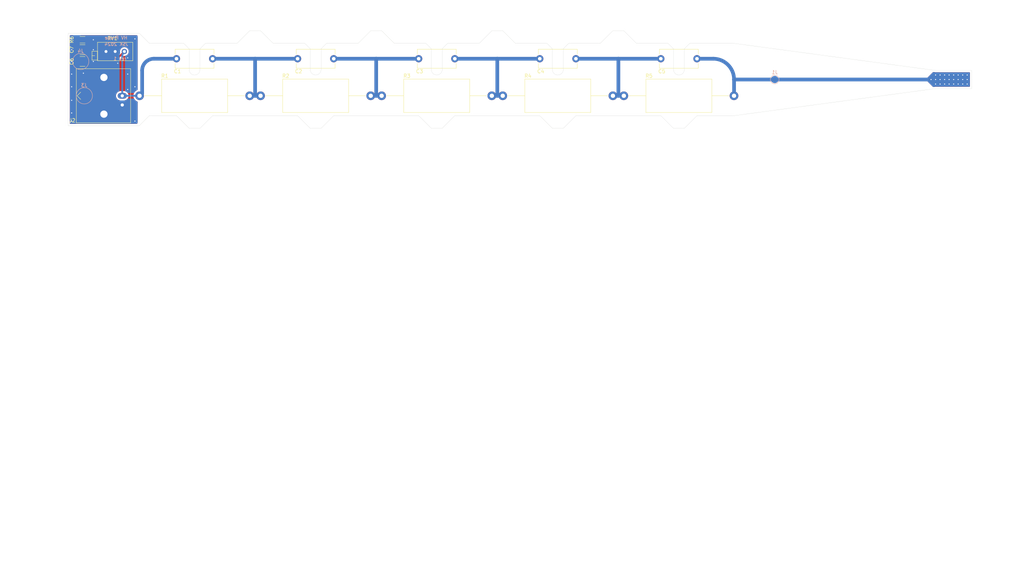
<source format=kicad_pcb>
(kicad_pcb (version 20240108) (generator "pcbnew") (generator_version "8.0")
  (layers (0 "F.Cu" signal) (31 "B.Cu" signal) (34 "B.Paste" user) (35 "F.Paste" user) (36 "B.SilkS" user "B.Silkscreen") (37 "F.SilkS" user "F.Silkscreen") (38 "B.Mask" user) (39 "F.Mask" user) (44 "Edge.Cuts" user))
  (net 0 "")
  (net 1 "Net-(J2-In)")
  (net 2 "Net-(C1-Pad2)")
  (net 3 "Net-(C2-Pad2)")
  (net 4 "Net-(C3-Pad2)")
  (net 5 "Net-(C4-Pad2)")
  (net 6 "Net-(J1-Pin_1)")
  (net 7 "GND")
  (footprint "Resistor_THT:R_Axial_DIN0918_L18.0mm_D9.0mm_P30.48mm_Horizontal" (layer "F.Cu") (at 85.755 38)
    (property "Reference" "R2" (at 6.975 -5.5 0) (layer "F.SilkS"))
    (property "Value" "10M")
    (fp_line (start 1.44 0) (end 6.12 0) (stroke (width 0.12)) (layer "F.SilkS"))
    (fp_line (start 6.12 -4.62) (end 6.12 4.62) (stroke (width 0.12)) (layer "F.SilkS"))
    (fp_line (start 6.12 4.62) (end 24.36 4.62) (stroke (width 0.12)) (layer "F.SilkS"))
    (fp_line (start 24.36 -4.62) (end 6.12 -4.62) (stroke (width 0.12)) (layer "F.SilkS"))
    (fp_line (start 24.36 4.62) (end 24.36 -4.62) (stroke (width 0.12)) (layer "F.SilkS"))
    (fp_line (start 29.04 0) (end 24.36 0) (stroke (width 0.12)) (layer "F.SilkS"))
    (pad "1" thru_hole circle (at 0 0) (size 2.4 2.4) (drill 1.2) (layers "*.Cu" "*.Mask") (net 2 "Net-(C1-Pad2)"))
    (pad "2" thru_hole oval (at 30.48 0) (size 2.4 2.4) (drill 1.2) (layers "*.Cu" "*.Mask") (net 3 "Net-(C2-Pad2)"))
  )
  (footprint "Capacitor_THT:C_Disc_D10.5mm_W5.0mm_P10.00mm" (layer "F.Cu") (at 163 27.75)
    (property "Reference" "C4" (at 0.275 3.5 0) (layer "F.SilkS"))
    (property "Value" "22p")
    (fp_line (start -0.37 -2.62) (end -0.37 -1.256) (stroke (width 0.12)) (layer "F.SilkS"))
    (fp_line (start -0.37 -2.62) (end 10.37 -2.62) (stroke (width 0.12)) (layer "F.SilkS"))
    (fp_line (start -0.37 1.256) (end -0.37 2.62) (stroke (width 0.12)) (layer "F.SilkS"))
    (fp_line (start -0.37 2.62) (end 10.37 2.62) (stroke (width 0.12)) (layer "F.SilkS"))
    (fp_line (start 10.37 -2.62) (end 10.37 -1.256) (stroke (width 0.12)) (layer "F.SilkS"))
    (fp_line (start 10.37 1.256) (end 10.37 2.62) (stroke (width 0.12)) (layer "F.SilkS"))
    (pad "1" thru_hole circle (at 0 0) (size 2 2) (drill 1) (layers "*.Cu" "*.Mask") (net 4 "Net-(C3-Pad2)"))
    (pad "2" thru_hole circle (at 10 0) (size 2 2) (drill 1) (layers "*.Cu" "*.Mask") (net 5 "Net-(C4-Pad2)"))
  )
  (footprint "Resistor_THT:R_Axial_DIN0918_L18.0mm_D9.0mm_P30.48mm_Horizontal" (layer "F.Cu") (at 186.255 38)
    (property "Reference" "R5" (at 6.975 -5.5 0) (layer "F.SilkS"))
    (property "Value" "10M")
    (fp_line (start 1.44 0) (end 6.12 0) (stroke (width 0.12)) (layer "F.SilkS"))
    (fp_line (start 6.12 -4.62) (end 6.12 4.62) (stroke (width 0.12)) (layer "F.SilkS"))
    (fp_line (start 6.12 4.62) (end 24.36 4.62) (stroke (width 0.12)) (layer "F.SilkS"))
    (fp_line (start 24.36 -4.62) (end 6.12 -4.62) (stroke (width 0.12)) (layer "F.SilkS"))
    (fp_line (start 24.36 4.62) (end 24.36 -4.62) (stroke (width 0.12)) (layer "F.SilkS"))
    (fp_line (start 29.04 0) (end 24.36 0) (stroke (width 0.12)) (layer "F.SilkS"))
    (pad "1" thru_hole circle (at 0 0) (size 2.4 2.4) (drill 1.2) (layers "*.Cu" "*.Mask") (net 5 "Net-(C4-Pad2)"))
    (pad "2" thru_hole oval (at 30.48 0) (size 2.4 2.4) (drill 1.2) (layers "*.Cu" "*.Mask") (net 6 "Net-(J1-Pin_1)"))
  )
  (footprint "Capacitor_THT:C_Disc_D10.5mm_W5.0mm_P10.00mm" (layer "F.Cu") (at 129.5 27.75)
    (property "Reference" "C3" (at 0.25 3.5 0) (layer "F.SilkS"))
    (property "Value" "22p")
    (fp_line (start -0.37 -2.62) (end -0.37 -1.256) (stroke (width 0.12)) (layer "F.SilkS"))
    (fp_line (start -0.37 -2.62) (end 10.37 -2.62) (stroke (width 0.12)) (layer "F.SilkS"))
    (fp_line (start -0.37 1.256) (end -0.37 2.62) (stroke (width 0.12)) (layer "F.SilkS"))
    (fp_line (start -0.37 2.62) (end 10.37 2.62) (stroke (width 0.12)) (layer "F.SilkS"))
    (fp_line (start 10.37 -2.62) (end 10.37 -1.256) (stroke (width 0.12)) (layer "F.SilkS"))
    (fp_line (start 10.37 1.256) (end 10.37 2.62) (stroke (width 0.12)) (layer "F.SilkS"))
    (pad "1" thru_hole circle (at 0 0) (size 2 2) (drill 1) (layers "*.Cu" "*.Mask") (net 3 "Net-(C2-Pad2)"))
    (pad "2" thru_hole circle (at 10 0) (size 2 2) (drill 1) (layers "*.Cu" "*.Mask") (net 4 "Net-(C3-Pad2)"))
  )
  (footprint "Capacitor_SMD:C_1210_3225Metric_Pad1.33x2.70mm_HandSolder" (layer "F.Cu") (at 36.5 28.5 180)
    (property "Reference" "C6" (at 3 0 90) (layer "F.SilkS"))
    (property "Value" "2n2")
    (fp_line (start -0.711252 1.36) (end 0.711252 1.36) (stroke (width 0.12)) (layer "F.SilkS"))
    (fp_line (start -0.711252 -1.36) (end 0.711252 -1.36) (stroke (width 0.12)) (layer "F.SilkS"))
    (pad "1" smd roundrect (at -1.5625 0 180) (size 1.325 2.7) (layers "F.Cu" "F.Paste" "F.Mask") (roundrect_rratio 0.188679) (net 7 "GND"))
    (pad "2" smd roundrect (at 1.5625 0 180) (size 1.325 2.7) (layers "F.Cu" "F.Paste" "F.Mask") (roundrect_rratio 0.188679) (net 1 "Net-(J2-In)"))
  )
  (footprint "Resistor_THT:R_Axial_DIN0918_L18.0mm_D9.0mm_P30.48mm_Horizontal" (layer "F.Cu") (at 52.275 38)
    (property "Reference" "R1" (at 6.975 -5.5 0) (layer "F.SilkS"))
    (property "Value" "10M")
    (fp_line (start 1.44 0) (end 6.12 0) (stroke (width 0.12)) (layer "F.SilkS"))
    (fp_line (start 6.12 -4.62) (end 6.12 4.62) (stroke (width 0.12)) (layer "F.SilkS"))
    (fp_line (start 6.12 4.62) (end 24.36 4.62) (stroke (width 0.12)) (layer "F.SilkS"))
    (fp_line (start 24.36 -4.62) (end 6.12 -4.62) (stroke (width 0.12)) (layer "F.SilkS"))
    (fp_line (start 24.36 4.62) (end 24.36 -4.62) (stroke (width 0.12)) (layer "F.SilkS"))
    (fp_line (start 29.04 0) (end 24.36 0) (stroke (width 0.12)) (layer "F.SilkS"))
    (pad "1" thru_hole circle (at 0 0) (size 2.4 2.4) (drill 1.2) (layers "*.Cu" "*.Mask") (net 1 "Net-(J2-In)"))
    (pad "2" thru_hole oval (at 30.48 0) (size 2.4 2.4) (drill 1.2) (layers "*.Cu" "*.Mask") (net 2 "Net-(C1-Pad2)"))
  )
  (footprint "Capacitor_SMD:C_1210_3225Metric_Pad1.33x2.70mm_HandSolder" (layer "F.Cu") (at 36.5 25.25 180)
    (property "Reference" "C7" (at 3 0 90) (layer "F.SilkS"))
    (property "Value" "2n2")
    (fp_line (start -0.711252 1.36) (end 0.711252 1.36) (stroke (width 0.12)) (layer "F.SilkS"))
    (fp_line (start -0.711252 -1.36) (end 0.711252 -1.36) (stroke (width 0.12)) (layer "F.SilkS"))
    (pad "1" smd roundrect (at -1.5625 0 180) (size 1.325 2.7) (layers "F.Cu" "F.Paste" "F.Mask") (roundrect_rratio 0.188679) (net 7 "GND"))
    (pad "2" smd roundrect (at 1.5625 0 180) (size 1.325 2.7) (layers "F.Cu" "F.Paste" "F.Mask") (roundrect_rratio 0.188679) (net 1 "Net-(J2-In)"))
  )
  (footprint "Resistor_THT:R_Axial_DIN0918_L18.0mm_D9.0mm_P30.48mm_Horizontal" (layer "F.Cu") (at 119.255 38)
    (property "Reference" "R3" (at 6.995 -5.5 0) (layer "F.SilkS"))
    (property "Value" "10M")
    (fp_line (start 1.44 0) (end 6.12 0) (stroke (width 0.12)) (layer "F.SilkS"))
    (fp_line (start 6.12 -4.62) (end 6.12 4.62) (stroke (width 0.12)) (layer "F.SilkS"))
    (fp_line (start 6.12 4.62) (end 24.36 4.62) (stroke (width 0.12)) (layer "F.SilkS"))
    (fp_line (start 24.36 -4.62) (end 6.12 -4.62) (stroke (width 0.12)) (layer "F.SilkS"))
    (fp_line (start 24.36 4.62) (end 24.36 -4.62) (stroke (width 0.12)) (layer "F.SilkS"))
    (fp_line (start 29.04 0) (end 24.36 0) (stroke (width 0.12)) (layer "F.SilkS"))
    (pad "1" thru_hole circle (at 0 0) (size 2.4 2.4) (drill 1.2) (layers "*.Cu" "*.Mask") (net 3 "Net-(C2-Pad2)"))
    (pad "2" thru_hole oval (at 30.48 0) (size 2.4 2.4) (drill 1.2) (layers "*.Cu" "*.Mask") (net 4 "Net-(C3-Pad2)"))
  )
  (footprint "Capacitor_THT:C_Disc_D10.5mm_W5.0mm_P10.00mm" (layer "F.Cu") (at 96 27.75)
    (property "Reference" "C2" (at 0.275 3.5 0) (layer "F.SilkS"))
    (property "Value" "22p")
    (fp_line (start -0.37 -2.62) (end -0.37 -1.256) (stroke (width 0.12)) (layer "F.SilkS"))
    (fp_line (start -0.37 -2.62) (end 10.37 -2.62) (stroke (width 0.12)) (layer "F.SilkS"))
    (fp_line (start -0.37 1.256) (end -0.37 2.62) (stroke (width 0.12)) (layer "F.SilkS"))
    (fp_line (start -0.37 2.62) (end 10.37 2.62) (stroke (width 0.12)) (layer "F.SilkS"))
    (fp_line (start 10.37 -2.62) (end 10.37 -1.256) (stroke (width 0.12)) (layer "F.SilkS"))
    (fp_line (start 10.37 1.256) (end 10.37 2.62) (stroke (width 0.12)) (layer "F.SilkS"))
    (pad "1" thru_hole circle (at 0 0) (size 2 2) (drill 1) (layers "*.Cu" "*.Mask") (net 2 "Net-(C1-Pad2)"))
    (pad "2" thru_hole circle (at 10 0) (size 2 2) (drill 1) (layers "*.Cu" "*.Mask") (net 3 "Net-(C2-Pad2)"))
  )
  (footprint "Capacitor_THT:C_Disc_D10.5mm_W5.0mm_P10.00mm" (layer "F.Cu") (at 196.49 27.75)
    (property "Reference" "C5" (at 0.275 3.5 0) (layer "F.SilkS"))
    (property "Value" "22p")
    (fp_line (start -0.37 -2.62) (end -0.37 -1.256) (stroke (width 0.12)) (layer "F.SilkS"))
    (fp_line (start -0.37 -2.62) (end 10.37 -2.62) (stroke (width 0.12)) (layer "F.SilkS"))
    (fp_line (start -0.37 1.256) (end -0.37 2.62) (stroke (width 0.12)) (layer "F.SilkS"))
    (fp_line (start -0.37 2.62) (end 10.37 2.62) (stroke (width 0.12)) (layer "F.SilkS"))
    (fp_line (start 10.37 -2.62) (end 10.37 -1.256) (stroke (width 0.12)) (layer "F.SilkS"))
    (fp_line (start 10.37 1.256) (end 10.37 2.62) (stroke (width 0.12)) (layer "F.SilkS"))
    (pad "1" thru_hole circle (at 0 0) (size 2 2) (drill 1) (layers "*.Cu" "*.Mask") (net 5 "Net-(C4-Pad2)"))
    (pad "2" thru_hole circle (at 10 0) (size 2 2) (drill 1) (layers "*.Cu" "*.Mask") (net 6 "Net-(J1-Pin_1)"))
  )
  (footprint "Capacitor_THT:C_Disc_D10.5mm_W5.0mm_P10.00mm" (layer "F.Cu") (at 62.5 27.75)
    (property "Reference" "C1" (at 0.275 3.5 0) (layer "F.SilkS"))
    (property "Value" "22p")
    (fp_line (start -0.37 -2.62) (end -0.37 -1.256) (stroke (width 0.12)) (layer "F.SilkS"))
    (fp_line (start -0.37 -2.62) (end 10.37 -2.62) (stroke (width 0.12)) (layer "F.SilkS"))
    (fp_line (start -0.37 1.256) (end -0.37 2.62) (stroke (width 0.12)) (layer "F.SilkS"))
    (fp_line (start -0.37 2.62) (end 10.37 2.62) (stroke (width 0.12)) (layer "F.SilkS"))
    (fp_line (start 10.37 -2.62) (end 10.37 -1.256) (stroke (width 0.12)) (layer "F.SilkS"))
    (fp_line (start 10.37 1.256) (end 10.37 2.62) (stroke (width 0.12)) (layer "F.SilkS"))
    (pad "1" thru_hole circle (at 0 0) (size 2 2) (drill 1) (layers "*.Cu" "*.Mask") (net 1 "Net-(J2-In)"))
    (pad "2" thru_hole circle (at 10 0) (size 2 2) (drill 1) (layers "*.Cu" "*.Mask") (net 2 "Net-(C1-Pad2)"))
  )
  (footprint "Potentiometer_THT:Potentiometer_Bourns_3296X_Horizontal" (layer "F.Cu") (at 48.08 25.75)
    (property "Reference" "RV1" (at -3.3 -3.66 0) (layer "F.SilkS"))
    (property "Value" "TRIM")
    (fp_line (start -8.945 -0.065) (end -8.945 2.365) (stroke (width 0.12)) (layer "F.SilkS"))
    (fp_line (start -8.945 -0.065) (end -7.426 -0.065) (stroke (width 0.12)) (layer "F.SilkS"))
    (fp_line (start -8.945 1.15) (end -8.186 1.15) (stroke (width 0.12)) (layer "F.SilkS"))
    (fp_line (start -8.945 2.365) (end -7.426 2.365) (stroke (width 0.12)) (layer "F.SilkS"))
    (fp_line (start -7.426 -0.065) (end -7.426 2.365) (stroke (width 0.12)) (layer "F.SilkS"))
    (fp_line (start -7.425 -2.53) (end -7.425 2.54) (stroke (width 0.12)) (layer "F.SilkS"))
    (fp_line (start -7.425 -2.53) (end 2.345 -2.53) (stroke (width 0.12)) (layer "F.SilkS"))
    (fp_line (start -7.425 2.54) (end 2.345 2.54) (stroke (width 0.12)) (layer "F.SilkS"))
    (fp_line (start 2.345 -2.53) (end 2.345 2.54) (stroke (width 0.12)) (layer "F.SilkS"))
    (pad "1" thru_hole circle (at 0 0) (size 1.44 1.44) (drill 0.8) (layers "*.Cu" "*.Mask") (net 1 "Net-(J2-In)"))
    (pad "2" thru_hole circle (at -2.54 0) (size 1.44 1.44) (drill 0.8) (layers "*.Cu" "*.Mask") (net 7 "GND"))
    (pad "3" thru_hole circle (at -5.08 0) (size 1.44 1.44) (drill 0.8) (layers "*.Cu" "*.Mask") (net 7 "GND"))
  )
  (footprint "Capacitor_SMD:C_1206_3216Metric_Pad1.33x1.80mm_HandSolder" (layer "F.Cu") (at 36.5 22.5 180)
    (property "Reference" "R6" (at 3 0 -90) (layer "F.SilkS"))
    (property "Value" "56k")
    (fp_line (start -0.711252 0.91) (end 0.711252 0.91) (stroke (width 0.12)) (layer "F.SilkS"))
    (fp_line (start -0.711252 -0.91) (end 0.711252 -0.91) (stroke (width 0.12)) (layer "F.SilkS"))
    (pad "1" smd roundrect (at -1.5625 0 180) (size 1.325 1.8) (layers "F.Cu" "F.Paste" "F.Mask") (roundrect_rratio 0.188679) (net 7 "GND"))
    (pad "2" smd roundrect (at 1.5625 0 180) (size 1.325 1.8) (layers "F.Cu" "F.Paste" "F.Mask") (roundrect_rratio 0.188679) (net 1 "Net-(J2-In)"))
  )
  (footprint "Resistor_THT:R_Axial_DIN0918_L18.0mm_D9.0mm_P30.48mm_Horizontal" (layer "F.Cu") (at 152.755 38)
    (property "Reference" "R4" (at 6.975 -5.5 0) (layer "F.SilkS"))
    (property "Value" "10M")
    (fp_line (start 1.44 0) (end 6.12 0) (stroke (width 0.12)) (layer "F.SilkS"))
    (fp_line (start 6.12 -4.62) (end 6.12 4.62) (stroke (width 0.12)) (layer "F.SilkS"))
    (fp_line (start 6.12 4.62) (end 24.36 4.62) (stroke (width 0.12)) (layer "F.SilkS"))
    (fp_line (start 24.36 -4.62) (end 6.12 -4.62) (stroke (width 0.12)) (layer "F.SilkS"))
    (fp_line (start 24.36 4.62) (end 24.36 -4.62) (stroke (width 0.12)) (layer "F.SilkS"))
    (fp_line (start 29.04 0) (end 24.36 0) (stroke (width 0.12)) (layer "F.SilkS"))
    (pad "1" thru_hole circle (at 0 0) (size 2.4 2.4) (drill 1.2) (layers "*.Cu" "*.Mask") (net 4 "Net-(C3-Pad2)"))
    (pad "2" thru_hole oval (at 30.48 0) (size 2.4 2.4) (drill 1.2) (layers "*.Cu" "*.Mask") (net 5 "Net-(C4-Pad2)"))
  )
  (footprint "Connector_Coaxial:BNC_Amphenol_B6252HB-NPP3G-50_Horizontal" (layer "F.Cu") (at 47.5 38 90)
    (property "Reference" "J2" (at -6.83 -13.83 180) (layer "F.SilkS"))
    (property "Value" "OUT")
    (fp_line (start 7.5 -12.7) (end 7.5 2.3) (stroke (width 0.12)) (layer "F.SilkS"))
    (fp_line (start -7.5 -12.7) (end 7.5 -12.7) (stroke (width 0.12)) (layer "F.SilkS"))
    (fp_line (start 0 -12.5) (end 1 -11.5) (stroke (width 0.12)) (layer "F.SilkS"))
    (fp_line (start 0 -12.5) (end -1 -11.5) (stroke (width 0.12)) (layer "F.SilkS"))
    (fp_line (start 7.5 2.3) (end -7.5 2.3) (stroke (width 0.12)) (layer "F.SilkS"))
    (fp_line (start -7.5 2.3) (end -7.5 -12.7) (stroke (width 0.12)) (layer "F.SilkS"))
    (pad "1" thru_hole oval (at 0 0 90) (size 1.6 2.5) (drill 0.89) (layers "*.Cu" "*.Mask") (net 1 "Net-(J2-In)"))
    (pad "2" thru_hole oval (at -5.08 -5.08 90) (size 3.5 7) (drill 2.01) (layers "*.Cu" "*.Mask") (net 7 "GND"))
    (pad "2" thru_hole oval (at -2.54 0 90) (size 1.6 2.5) (drill 0.89) (layers "*.Cu" "*.Mask") (net 7 "GND"))
    (pad "2" thru_hole oval (at 5.08 -5.08 90) (size 3.5 7) (drill 2.01) (layers "*.Cu" "*.Mask") (net 7 "GND"))
  )
  (footprint "TestPoint:TestPoint_Pad_D2.0mm" (layer "B.Cu") (at 228 33.5 180)
    (property "Reference" "J1" (at 0 1.998 0) (layer "B.SilkS") (effects (justify mirror)))
    (property "Value" "IN")
    (fp_circle (center 0 0) (end 0 -1.2) (stroke (width 0.12)) (fill none) (layer "B.SilkS"))
    (pad "1" smd circle (at 0 0 180) (size 2 2) (layers "B.Cu" "B.Mask") (net 6 "Net-(J1-Pin_1)"))
  )
  (footprint "TestPoint:TestPoint_Pad_D4.0mm" (layer "B.Cu") (at 37 38 180)
    (property "Reference" "J3" (at 0 2.898 0) (layer "B.SilkS") (effects (justify mirror)))
    (property "Value" "GND")
    (fp_circle (center 0 0) (end 0 -2.25) (stroke (width 0.12)) (fill none) (layer "B.SilkS"))
    (pad "1" smd circle (at 0 0 180) (size 4 4) (layers "B.Cu" "B.Mask") (net 7 "GND"))
  )
  (footprint "TestPoint:TestPoint_Pad_D4.0mm" (layer "B.Cu") (at 36 28.5 180)
    (property "Reference" "J4" (at 0 2.898 0) (layer "B.SilkS") (effects (justify mirror)))
    (property "Value" "GND")
    (fp_circle (center 0 0) (end 0 -2.25) (stroke (width 0.12)) (fill none) (layer "B.SilkS"))
    (pad "1" smd circle (at 0 0 180) (size 4 4) (layers "B.Cu" "B.Mask") (net 7 "GND"))
  )
  (gr_line (start 102.5 30.75) (end 102.5 25) (stroke (width 0.05)) (layer "Edge.Cuts"))
  (gr_line (start 106 43.5) (end 129.5 43.5) (stroke (width 0.05)) (layer "Edge.Cuts"))
  (gr_line (start 66 47) (end 69 47) (stroke (width 0.05)) (layer "Edge.Cuts"))
  (gr_line (start 173 43.5) (end 196.5 43.5) (stroke (width 0.05)) (layer "Edge.Cuts"))
  (gr_line (start 149.75 20) (end 152.75 20) (stroke (width 0.05)) (layer "Edge.Cuts"))
  (gr_line (start 156.25 23.5) (end 165 23.5) (stroke (width 0.05)) (layer "Edge.Cuts"))
  (gr_line (start 66 25) (end 66 30.75) (stroke (width 0.05)) (layer "Edge.Cuts"))
  (gr_line (start 216.75 23.5) (end 272.5 31) (stroke (width 0.05)) (layer "Edge.Cuts"))
  (gr_line (start 183.25 20) (end 186.25 20) (stroke (width 0.05)) (layer "Edge.Cuts"))
  (gr_line (start 200 25) (end 200 30.75) (stroke (width 0.05)) (layer "Edge.Cuts"))
  (gr_line (start 203 25) (end 204.5 23.5) (stroke (width 0.05)) (layer "Edge.Cuts"))
  (gr_line (start 272.5 31) (end 282.5 31) (stroke (width 0.05)) (layer "Edge.Cuts"))
  (gr_line (start 282.5 33.5) (end 282.5 31) (stroke (width 0.05)) (layer "Edge.Cuts"))
  (gr_line (start 72.5 43.5) (end 96 43.5) (stroke (width 0.05)) (layer "Edge.Cuts"))
  (gr_line (start 183.25 20) (end 179.75 23.5) (stroke (width 0.05)) (layer "Edge.Cuts"))
  (gr_line (start 166.5 25) (end 165 23.5) (stroke (width 0.05)) (layer "Edge.Cuts"))
  (gr_line (start 171 23.5) (end 179.75 23.5) (stroke (width 0.05)) (layer "Edge.Cuts"))
  (gr_line (start 52.25 20.75) (end 55 23.5) (stroke (width 0.05)) (layer "Edge.Cuts"))
  (gr_line (start 69 47) (end 72.5 43.5) (stroke (width 0.05)) (layer "Edge.Cuts"))
  (gr_line (start 216.75 23.5) (end 204.5 23.5) (stroke (width 0.05)) (layer "Edge.Cuts"))
  (gr_line (start 116.25 20) (end 112.75 23.5) (stroke (width 0.05)) (layer "Edge.Cuts"))
  (gr_line (start 149.75 20) (end 146.25 23.5) (stroke (width 0.05)) (layer "Edge.Cuts"))
  (gr_line (start 112.75 23.5) (end 104 23.5) (stroke (width 0.05)) (layer "Edge.Cuts"))
  (gr_line (start 216.75 43.5) (end 272.5 36) (stroke (width 0.05)) (layer "Edge.Cuts"))
  (gr_line (start 99.5 25) (end 98 23.5) (stroke (width 0.05)) (layer "Edge.Cuts"))
  (gr_line (start 152.75 20) (end 156.25 23.5) (stroke (width 0.05)) (layer "Edge.Cuts"))
  (gr_line (start 69 25) (end 70.5 23.5) (stroke (width 0.05)) (layer "Edge.Cuts"))
  (gr_line (start 189.75 23.5) (end 198.5 23.5) (stroke (width 0.05)) (layer "Edge.Cuts"))
  (gr_line (start 79.25 23.5) (end 70.5 23.5) (stroke (width 0.05)) (layer "Edge.Cuts"))
  (gr_line (start 82.75 20) (end 85.75 20) (stroke (width 0.05)) (layer "Edge.Cuts"))
  (gr_arc (start 169.5 30.75) (mid 168 32.25) (end 166.5 30.75) (stroke (width 0.05)) (layer "Edge.Cuts"))
  (gr_line (start 119.25 20) (end 122.75 23.5) (stroke (width 0.05)) (layer "Edge.Cuts"))
  (gr_line (start 99.5 47) (end 102.5 47) (stroke (width 0.05)) (layer "Edge.Cuts"))
  (gr_line (start 133 25) (end 133 30.75) (stroke (width 0.05)) (layer "Edge.Cuts"))
  (gr_line (start 82.75 20) (end 79.25 23.5) (stroke (width 0.05)) (layer "Edge.Cuts"))
  (gr_line (start 55 23.5) (end 64.5 23.5) (stroke (width 0.05)) (layer "Edge.Cuts"))
  (gr_arc (start 102.5 30.75) (mid 101 32.25) (end 99.5 30.75) (stroke (width 0.05)) (layer "Edge.Cuts"))
  (gr_line (start 169.5 30.75) (end 169.5 25) (stroke (width 0.05)) (layer "Edge.Cuts"))
  (gr_line (start 102.5 47) (end 106 43.5) (stroke (width 0.05)) (layer "Edge.Cuts"))
  (gr_line (start 137.5 23.5) (end 146.25 23.5) (stroke (width 0.05)) (layer "Edge.Cuts"))
  (gr_line (start 163 43.5) (end 166.5 47) (stroke (width 0.05)) (layer "Edge.Cuts"))
  (gr_line (start 32.5 20.75) (end 32.5 46.25) (stroke (width 0.05)) (layer "Edge.Cuts"))
  (gr_line (start 166.5 25) (end 166.5 30.75) (stroke (width 0.05)) (layer "Edge.Cuts"))
  (gr_line (start 282.5 36) (end 272.5 36) (stroke (width 0.05)) (layer "Edge.Cuts"))
  (gr_arc (start 203 30.75) (mid 201.5 32.25) (end 200 30.75) (stroke (width 0.05)) (layer "Edge.Cuts"))
  (gr_line (start 203 30.75) (end 203 25) (stroke (width 0.05)) (layer "Edge.Cuts"))
  (gr_line (start 99.5 25) (end 99.5 30.75) (stroke (width 0.05)) (layer "Edge.Cuts"))
  (gr_arc (start 136 30.75) (mid 134.5 32.25) (end 133 30.75) (stroke (width 0.05)) (layer "Edge.Cuts"))
  (gr_line (start 206.5 43.5) (end 216.75 43.5) (stroke (width 0.05)) (layer "Edge.Cuts"))
  (gr_line (start 66 25) (end 64.5 23.5) (stroke (width 0.05)) (layer "Edge.Cuts"))
  (gr_line (start 32.5 46.25) (end 52.25 46.25) (stroke (width 0.05)) (layer "Edge.Cuts"))
  (gr_line (start 136 30.75) (end 136 25) (stroke (width 0.05)) (layer "Edge.Cuts"))
  (gr_line (start 102.5 25) (end 104 23.5) (stroke (width 0.05)) (layer "Edge.Cuts"))
  (gr_line (start 116.25 20) (end 119.25 20) (stroke (width 0.05)) (layer "Edge.Cuts"))
  (gr_line (start 32.5 20.75) (end 52.25 20.75) (stroke (width 0.05)) (layer "Edge.Cuts"))
  (gr_line (start 133 25) (end 131.5 23.5) (stroke (width 0.05)) (layer "Edge.Cuts"))
  (gr_line (start 186.25 20) (end 189.75 23.5) (stroke (width 0.05)) (layer "Edge.Cuts"))
  (gr_arc (start 69 30.75) (mid 67.5 32.25) (end 66 30.75) (stroke (width 0.05)) (layer "Edge.Cuts"))
  (gr_line (start 69 30.75) (end 69 25) (stroke (width 0.05)) (layer "Edge.Cuts"))
  (gr_line (start 131.5 23.5) (end 122.75 23.5) (stroke (width 0.05)) (layer "Edge.Cuts"))
  (gr_line (start 96 43.5) (end 99.5 47) (stroke (width 0.05)) (layer "Edge.Cuts"))
  (gr_line (start 196.5 43.5) (end 200 47) (stroke (width 0.05)) (layer "Edge.Cuts"))
  (gr_line (start 62.5 43.5) (end 66 47) (stroke (width 0.05)) (layer "Edge.Cuts"))
  (gr_line (start 85.75 20) (end 89.25 23.5) (stroke (width 0.05)) (layer "Edge.Cuts"))
  (gr_line (start 133 47) (end 136 47) (stroke (width 0.05)) (layer "Edge.Cuts"))
  (gr_line (start 166.5 47) (end 169.5 47) (stroke (width 0.05)) (layer "Edge.Cuts"))
  (gr_line (start 139.5 43.5) (end 163 43.5) (stroke (width 0.05)) (layer "Edge.Cuts"))
  (gr_line (start 200 25) (end 198.5 23.5) (stroke (width 0.05)) (layer "Edge.Cuts"))
  (gr_line (start 282.5 33.5) (end 282.5 36) (stroke (width 0.05)) (layer "Edge.Cuts"))
  (gr_line (start 129.5 43.5) (end 133 47) (stroke (width 0.05)) (layer "Edge.Cuts"))
  (gr_line (start 200 47) (end 203 47) (stroke (width 0.05)) (layer "Edge.Cuts"))
  (gr_line (start 52.25 46.25) (end 55 43.5) (stroke (width 0.05)) (layer "Edge.Cuts"))
  (gr_line (start 169.5 25) (end 171 23.5) (stroke (width 0.05)) (layer "Edge.Cuts"))
  (gr_line (start 89.25 23.5) (end 98 23.5) (stroke (width 0.05)) (layer "Edge.Cuts"))
  (gr_line (start 203 47) (end 206.5 43.5) (stroke (width 0.05)) (layer "Edge.Cuts"))
  (gr_line (start 169.5 47) (end 173 43.5) (stroke (width 0.05)) (layer "Edge.Cuts"))
  (gr_line (start 55 43.5) (end 62.5 43.5) (stroke (width 0.05)) (layer "Edge.Cuts"))
  (gr_line (start 136 25) (end 137.5 23.5) (stroke (width 0.05)) (layer "Edge.Cuts"))
  (gr_line (start 136 47) (end 139.5 43.5) (stroke (width 0.05)) (layer "Edge.Cuts"))
  (gr_text "HV Probe" (at 49 22.5 0) (layer "B.SilkS") (effects (font (size 0.9 0.9) (thickness 0.15) (bold yes)) (justify left bottom mirror)))
  (gr_text "rev 1" (at 48.75 28.25 0) (layer "B.SilkS") (effects (font (size 0.9 0.9) (thickness 0.15) (bold yes)) (justify left bottom mirror)))
  (gr_text "JSK 2024" (at 49.25 24.25 0) (layer "B.SilkS") (effects (font (size 0.9 0.9) (thickness 0.15) (bold yes)) (justify left bottom mirror)))
  (segment (start 48.08 25.75) (end 46.391773 27.438227) (width 0.512) (layer "F.Cu") (net 1))
  (segment (start 34.9375 29.035773) (end 34.9375 28.5) (width 0.512) (layer "F.Cu") (net 1))
  (segment (start 39 30.5) (end 36.103553 30.5) (width 0.512) (layer "F.Cu") (net 1))
  (segment (start 34.9375 28.5) (end 34.9375 22.5) (width 1.024) (layer "F.Cu") (net 1))
  (segment (start 35.5 30.25) (end 35.395381 30.141195) (width 0.512) (layer "F.Cu") (net 1))
  (arc (start 35.395381 30.141195) (mid 35.056499 29.634023) (end 34.9375 29.035773) (width 0.512) (layer "F.Cu") (net 1))
  (arc (start 36.103553 30.5) (mid 35.776912 30.435027) (end 35.5 30.25) (width 0.512) (layer "F.Cu") (net 1))
  (arc (start 46.391773 27.438227) (mid 43.000399 29.704271) (end 39 30.5) (width 0.512) (layer "F.Cu") (net 1))
  (segment (start 52.275 38) (end 47.5 38) (width 0.512) (layer "B.Cu") (net 1))
  (segment (start 62.5 27.75) (end 56.25 27.75) (width 1.024) (layer "B.Cu") (net 1))
  (segment (start 47.5 38) (end 47.5 27.150243) (width 0.512) (layer "B.Cu") (net 1))
  (segment (start 53 31) (end 53 37.275) (width 1.024) (layer "B.Cu") (net 1))
  (arc (start 56.25 27.75) (mid 53.951903 28.701903) (end 53 31) (width 1.024) (layer "B.Cu") (net 1))
  (arc (start 53 37.275) (mid 52.787652 37.787652) (end 52.275 38) (width 1.024) (layer "B.Cu") (net 1))
  (arc (start 47.5 27.150243) (mid 47.650737 26.392437) (end 48.08 25.75) (width 0.512) (layer "B.Cu") (net 1))
  (segment (start 84.25 38) (end 84.25 27.75) (width 1.024) (layer "B.Cu") (net 2))
  (segment (start 84.25 38) (end 85.755 38) (width 1.024) (layer "B.Cu") (net 2))
  (segment (start 84.25 27.75) (end 96 27.75) (width 1.024) (layer "B.Cu") (net 2))
  (segment (start 82.755 38) (end 84.25 38) (width 1.024) (layer "B.Cu") (net 2))
  (segment (start 84.25 27.75) (end 72.5 27.75) (width 1.024) (layer "B.Cu") (net 2))
  (segment (start 106 27.75) (end 117.75 27.75) (width 1.024) (layer "B.Cu") (net 3))
  (segment (start 117.75 27.75) (end 129.5 27.75) (width 1.024) (layer "B.Cu") (net 3))
  (segment (start 117.75 38) (end 117.75 27.75) (width 1.024) (layer "B.Cu") (net 3))
  (segment (start 116.235 38) (end 117.75 38) (width 1.024) (layer "B.Cu") (net 3))
  (segment (start 117.75 38) (end 119.255 38) (width 1.024) (layer "B.Cu") (net 3))
  (segment (start 152.755 38) (end 151.25 38) (width 1.024) (layer "B.Cu") (net 4))
  (segment (start 139.5 27.75) (end 151.25 27.75) (width 1.024) (layer "B.Cu") (net 4))
  (segment (start 151.25 38) (end 151.25 27.75) (width 1.024) (layer "B.Cu") (net 4))
  (segment (start 151.25 38) (end 149.735 38) (width 1.024) (layer "B.Cu") (net 4))
  (segment (start 151.25 27.75) (end 163 27.75) (width 1.024) (layer "B.Cu") (net 4))
  (segment (start 184.75 38) (end 186.255 38) (width 1.024) (layer "B.Cu") (net 5))
  (segment (start 184.75 38) (end 184.75 27.75) (width 1.024) (layer "B.Cu") (net 5))
  (segment (start 173 27.75) (end 184.75 27.75) (width 1.024) (layer "B.Cu") (net 5))
  (segment (start 184.75 27.75) (end 196.49 27.75) (width 1.024) (layer "B.Cu") (net 5))
  (segment (start 183.235 38) (end 184.75 38) (width 1.024) (layer "B.Cu") (net 5))
  (via (at 280 32.25) (size 0.6) (drill 0.3) (layers "F.Cu" "B.Cu") (net 6))
  (via (at 276.25 34.75) (size 0.6) (drill 0.3) (layers "F.Cu" "B.Cu") (net 6))
  (via (at 281.25 34.75) (size 0.6) (drill 0.3) (layers "F.Cu" "B.Cu") (net 6))
  (via (at 275 34.75) (size 0.6) (drill 0.3) (layers "F.Cu" "B.Cu") (net 6))
  (via (at 276.25 33.5) (size 0.6) (drill 0.3) (layers "F.Cu" "B.Cu") (net 6))
  (via (at 277.5 33.5) (size 0.6) (drill 0.3) (layers "F.Cu" "B.Cu") (net 6))
  (via (at 272.5 33.5) (size 0.6) (drill 0.3) (layers "F.Cu" "B.Cu") (net 6))
  (via (at 273.75 32.25) (size 0.6) (drill 0.3) (layers "F.Cu" "B.Cu") (net 6))
  (via (at 278.75 34.75) (size 0.6) (drill 0.3) (layers "F.Cu" "B.Cu") (net 6))
  (via (at 281.25 32.25) (size 0.6) (drill 0.3) (layers "F.Cu" "B.Cu") (net 6))
  (via (at 272.5 32.25) (size 0.6) (drill 0.3) (layers "F.Cu" "B.Cu") (net 6))
  (via (at 278.75 33.5) (size 0.6) (drill 0.3) (layers "F.Cu" "B.Cu") (net 6))
  (via (at 281.25 33.5) (size 0.6) (drill 0.3) (layers "F.Cu" "B.Cu") (net 6))
  (via (at 275 33.5) (size 0.6) (drill 0.3) (layers "F.Cu" "B.Cu") (net 6))
  (via (at 280 34.75) (size 0.6) (drill 0.3) (layers "F.Cu" "B.Cu") (net 6))
  (via (at 277.5 34.75) (size 0.6) (drill 0.3) (layers "F.Cu" "B.Cu") (net 6))
  (via (at 273.75 33.5) (size 0.6) (drill 0.3) (layers "F.Cu" "B.Cu") (net 6))
  (via (at 271.25 33.5) (size 0.6) (drill 0.3) (layers "F.Cu" "B.Cu") (net 6))
  (via (at 277.5 32.25) (size 0.6) (drill 0.3) (layers "F.Cu" "B.Cu") (net 6))
  (via (at 272.5 34.75) (size 0.6) (drill 0.3) (layers "F.Cu" "B.Cu") (net 6))
  (via (at 275 32.25) (size 0.6) (drill 0.3) (layers "F.Cu" "B.Cu") (net 6))
  (via (at 276.25 32.25) (size 0.6) (drill 0.3) (layers "F.Cu" "B.Cu") (net 6))
  (via (at 273.75 34.75) (size 0.6) (drill 0.3) (layers "F.Cu" "B.Cu") (net 6))
  (via (at 278.75 32.25) (size 0.6) (drill 0.3) (layers "F.Cu" "B.Cu") (net 6))
  (via (at 280 33.5) (size 0.6) (drill 0.3) (layers "F.Cu" "B.Cu") (net 6))
  (segment (start 271.25 33.5) (end 216.75 33.5) (width 1.024) (layer "B.Cu") (net 6))
  (segment (start 206.49 27.75) (end 211 27.75) (width 1.024) (layer "B.Cu") (net 6))
  (segment (start 216.75 33.5) (end 216.75 37.985) (width 1.024) (layer "B.Cu") (net 6))
  (arc (start 211 27.75) (mid 215.065864 29.434136) (end 216.75 33.5) (width 1.024) (layer "B.Cu") (net 6))
  (arc (start 216.75 37.985) (mid 216.745607 37.995607) (end 216.735 38) (width 1.024) (layer "B.Cu") (net 6))
  (via (at 33.5 39.25) (size 0.6) (drill 0.3) (layers "F.Cu" "B.Cu") (net 7))
  (via (at 46.25 29) (size 0.6) (drill 0.3) (layers "F.Cu" "B.Cu") (net 7))
  (via (at 51 45) (size 0.6) (drill 0.3) (layers "F.Cu" "B.Cu") (net 7))
  (via (at 51 35.5) (size 0.6) (drill 0.3) (layers "F.Cu" "B.Cu") (net 7))
  (via (at 39.5 22.5) (size 0.6) (drill 0.3) (layers "F.Cu" "B.Cu") (net 7))
  (via (at 33.5 45) (size 0.6) (drill 0.3) (layers "F.Cu" "B.Cu") (net 7))
  (via (at 33.5 28.5) (size 0.6) (drill 0.3) (layers "F.Cu" "B.Cu") (net 7))
  (via (at 51 22.25) (size 0.6) (drill 0.3) (layers "F.Cu" "B.Cu") (net 7))
  (via (at 33.5 32) (size 0.6) (drill 0.3) (layers "F.Cu" "B.Cu") (net 7))
  (via (at 36.75 31.75) (size 0.6) (drill 0.3) (layers "F.Cu" "B.Cu") (net 7))
  (via (at 33.5 42.75) (size 0.6) (drill 0.3) (layers "F.Cu" "B.Cu") (net 7))
  (via (at 39.5 28.5) (size 0.6) (drill 0.3) (layers "F.Cu" "B.Cu") (net 7))
  (via (at 33.5 25.25) (size 0.6) (drill 0.3) (layers "F.Cu" "B.Cu") (net 7))
  (via (at 49 32) (size 0.6) (drill 0.3) (layers "F.Cu" "B.Cu") (net 7))
  (via (at 33.5 35.5) (size 0.6) (drill 0.3) (layers "F.Cu" "B.Cu") (net 7))
  (via (at 39.5 25.25) (size 0.6) (drill 0.3) (layers "F.Cu" "B.Cu") (net 7))
  (via (at 49 36.25) (size 0.6) (drill 0.3) (layers "F.Cu" "B.Cu") (net 7))
  (via (at 33.5 22.25) (size 0.6) (drill 0.3) (layers "F.Cu" "B.Cu") (net 7))
  (via (at 49 27.5) (size 0.6) (drill 0.3) (layers "F.Cu" "B.Cu") (net 7))
  (zone (net 7) (net_name "GND") (layers "F&B.Cu") (name "gnd_lv") (connect_pads yes (clearance 0.5)) (min_thickness 0.25) (fill yes (thermal_gap 0.5) (thermal_bridge_width 0.5) (smoothing fillet) (radius 1))
    (polygon (pts (xy 51.75 19.75) (xy 51.75 47.25) (xy 31.5 47.25) (xy 31.5 19.75)))
  )
  (zone (net 6) (net_name "Net-(J1-Pin_1)") (layers "F&B.Cu") (name "gnd_lv") (priority 1) (connect_pads yes (clearance 0.5)) (min_thickness 0.25) (fill yes (thermal_gap 0.5) (thermal_bridge_width 0.5))
    (polygon (pts (xy 283 30.5) (xy 272.75 30.5) (xy 270.25 33) (xy 270.25 34) (xy 272.75 36.5) (xy 283 36.5)))
  )
)
</source>
